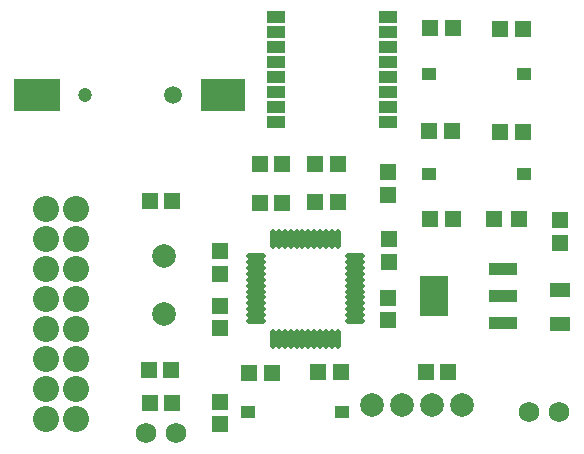
<source format=gts>
G04*
G04 #@! TF.GenerationSoftware,Altium Limited,Altium Designer,22.11.1 (43)*
G04*
G04 Layer_Color=8388736*
%FSTAX24Y24*%
%MOIN*%
G70*
G04*
G04 #@! TF.SameCoordinates,C1124A1A-70A5-44B8-A6FF-2808BC57BE08*
G04*
G04*
G04 #@! TF.FilePolarity,Negative*
G04*
G01*
G75*
%ADD31O,0.0651X0.0198*%
%ADD32O,0.0198X0.0651*%
%ADD33R,0.0592X0.0395*%
%ADD34R,0.0529X0.0552*%
%ADD35R,0.0474X0.0395*%
%ADD36R,0.0529X0.0552*%
%ADD37R,0.0552X0.0529*%
%ADD38R,0.0552X0.0552*%
%ADD39R,0.0926X0.0434*%
%ADD40R,0.0926X0.1360*%
%ADD41R,0.0671X0.0474*%
%ADD42R,0.1521X0.1104*%
%ADD43R,0.1474X0.1104*%
%ADD44R,0.0552X0.0529*%
%ADD45C,0.0680*%
%ADD46C,0.0789*%
%ADD47C,0.0592*%
%ADD48C,0.0474*%
%ADD49C,0.0867*%
D31*
X008333Y006755D02*
D03*
Y006558D02*
D03*
Y006361D02*
D03*
Y006164D02*
D03*
Y005967D02*
D03*
Y005771D02*
D03*
Y005574D02*
D03*
Y005377D02*
D03*
Y00518D02*
D03*
Y004983D02*
D03*
Y004786D02*
D03*
Y004589D02*
D03*
X01166D02*
D03*
Y004786D02*
D03*
Y004983D02*
D03*
Y00518D02*
D03*
Y005377D02*
D03*
Y005574D02*
D03*
Y005771D02*
D03*
Y005967D02*
D03*
Y006164D02*
D03*
Y006361D02*
D03*
Y006558D02*
D03*
Y006755D02*
D03*
D32*
X008914Y004009D02*
D03*
X009111D02*
D03*
X009308D02*
D03*
X009504D02*
D03*
X009701D02*
D03*
X009898D02*
D03*
X010095D02*
D03*
X010292D02*
D03*
X010489D02*
D03*
X010686D02*
D03*
X010882D02*
D03*
X011079D02*
D03*
Y007336D02*
D03*
X010882D02*
D03*
X010686D02*
D03*
X010489D02*
D03*
X010292D02*
D03*
X010095D02*
D03*
X009898D02*
D03*
X009701D02*
D03*
X009504D02*
D03*
X009308D02*
D03*
X009111D02*
D03*
X008914D02*
D03*
D33*
X01276Y014726D02*
D03*
Y014226D02*
D03*
Y013726D02*
D03*
Y013226D02*
D03*
Y012726D02*
D03*
Y012226D02*
D03*
Y011726D02*
D03*
Y011226D02*
D03*
X00902Y014726D02*
D03*
Y014226D02*
D03*
Y013726D02*
D03*
Y013226D02*
D03*
Y012726D02*
D03*
Y012226D02*
D03*
Y011726D02*
D03*
Y011226D02*
D03*
D34*
X01848Y007944D02*
D03*
Y007196D02*
D03*
X01276Y005374D02*
D03*
Y004626D02*
D03*
X007149Y001146D02*
D03*
Y001894D02*
D03*
X01276Y009544D02*
D03*
Y008796D02*
D03*
X01277Y006567D02*
D03*
Y007315D02*
D03*
X007139Y005094D02*
D03*
Y004346D02*
D03*
D35*
X017275Y0095D02*
D03*
X014125D02*
D03*
X017275Y01281D02*
D03*
X014125D02*
D03*
X008075Y00156D02*
D03*
X011225D02*
D03*
D36*
X014876Y01092D02*
D03*
X014124D02*
D03*
X014164Y014357D02*
D03*
X014916D02*
D03*
X014164Y008002D02*
D03*
X014916D02*
D03*
X008866Y002861D02*
D03*
X008114D02*
D03*
X004805Y00185D02*
D03*
X005557D02*
D03*
X010324Y00981D02*
D03*
X011076D02*
D03*
X010324Y008569D02*
D03*
X011076D02*
D03*
X008472Y00981D02*
D03*
X009224D02*
D03*
D37*
X017234Y0109D02*
D03*
X016486D02*
D03*
X017234Y01434D02*
D03*
X016486D02*
D03*
X014016Y00289D02*
D03*
X014764D02*
D03*
X010426D02*
D03*
X011174D02*
D03*
X009222Y00854D02*
D03*
X008474D02*
D03*
X004816Y00859D02*
D03*
X005564D02*
D03*
X004776Y00295D02*
D03*
X005524D02*
D03*
D38*
X0171Y008D02*
D03*
X016273D02*
D03*
D39*
X016577Y004538D02*
D03*
Y00544D02*
D03*
Y006342D02*
D03*
D40*
X01427Y00544D02*
D03*
D41*
X01849Y00449D02*
D03*
Y005632D02*
D03*
D42*
X00104Y01213D02*
D03*
D43*
X00726D02*
D03*
D44*
X00715Y006174D02*
D03*
Y006926D02*
D03*
D45*
X01844Y00155D02*
D03*
X01744D02*
D03*
X00467Y00086D02*
D03*
X00567D02*
D03*
D46*
X01522Y001809D02*
D03*
X01422D02*
D03*
X01322D02*
D03*
X01222D02*
D03*
X00528Y00482D02*
D03*
X00527Y00675D02*
D03*
D47*
X005595Y01213D02*
D03*
D48*
X002642D02*
D03*
D49*
X00236Y00333D02*
D03*
Y00433D02*
D03*
Y00533D02*
D03*
Y00633D02*
D03*
Y00733D02*
D03*
Y00833D02*
D03*
X00136Y00133D02*
D03*
Y00233D02*
D03*
Y00333D02*
D03*
Y00433D02*
D03*
Y00533D02*
D03*
Y00633D02*
D03*
Y00733D02*
D03*
Y00833D02*
D03*
X00236Y00133D02*
D03*
Y00233D02*
D03*
M02*

</source>
